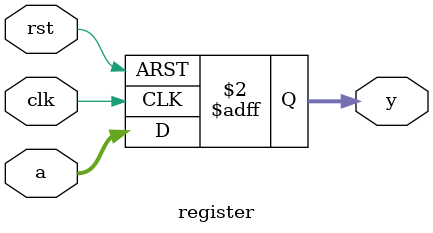
<source format=sv>
module register(
  input var logic clk,
  input var logic rst,
  input var logic [31:0] a,
  output var logic [31:0] y
);

always_ff @(posedge clk or posedge rst) begin
  if (rst) begin
    y <= 0;
  end
  else begin
    y <= a;
  end
end

endmodule
</source>
